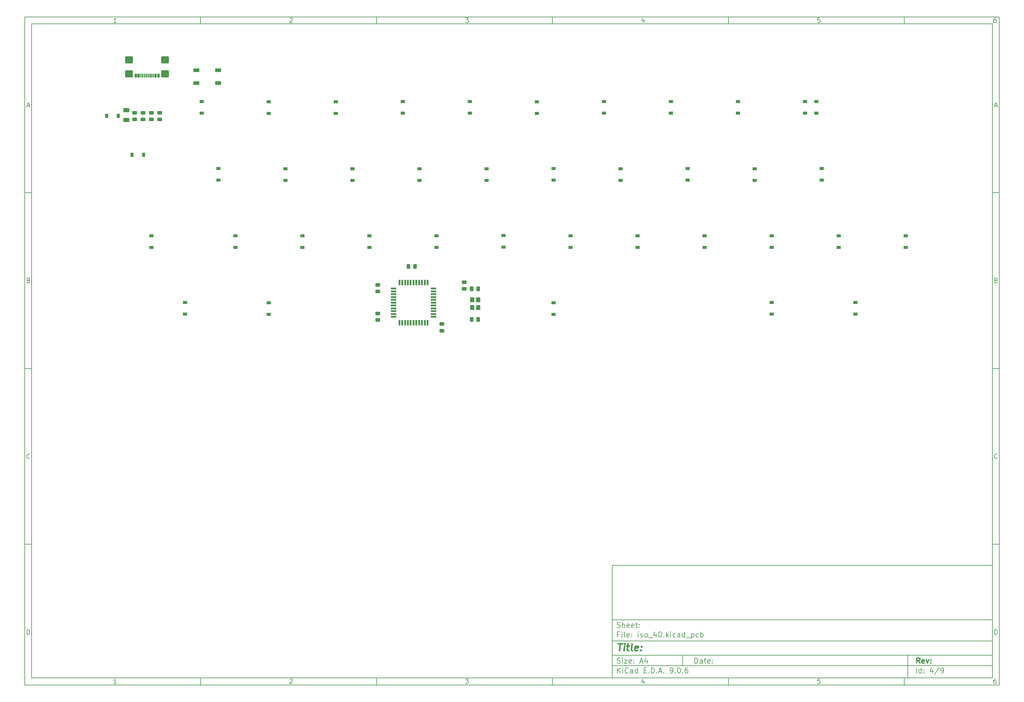
<source format=gbp>
%TF.GenerationSoftware,KiCad,Pcbnew,9.0.6*%
%TF.CreationDate,2025-12-20T11:42:01+11:00*%
%TF.ProjectId,iso_40,69736f5f-3430-42e6-9b69-6361645f7063,rev?*%
%TF.SameCoordinates,Original*%
%TF.FileFunction,Paste,Bot*%
%TF.FilePolarity,Positive*%
%FSLAX46Y46*%
G04 Gerber Fmt 4.6, Leading zero omitted, Abs format (unit mm)*
G04 Created by KiCad (PCBNEW 9.0.6) date 2025-12-20 11:42:01*
%MOMM*%
%LPD*%
G01*
G04 APERTURE LIST*
G04 Aperture macros list*
%AMRoundRect*
0 Rectangle with rounded corners*
0 $1 Rounding radius*
0 $2 $3 $4 $5 $6 $7 $8 $9 X,Y pos of 4 corners*
0 Add a 4 corners polygon primitive as box body*
4,1,4,$2,$3,$4,$5,$6,$7,$8,$9,$2,$3,0*
0 Add four circle primitives for the rounded corners*
1,1,$1+$1,$2,$3*
1,1,$1+$1,$4,$5*
1,1,$1+$1,$6,$7*
1,1,$1+$1,$8,$9*
0 Add four rect primitives between the rounded corners*
20,1,$1+$1,$2,$3,$4,$5,0*
20,1,$1+$1,$4,$5,$6,$7,0*
20,1,$1+$1,$6,$7,$8,$9,0*
20,1,$1+$1,$8,$9,$2,$3,0*%
G04 Aperture macros list end*
%ADD10C,0.100000*%
%ADD11C,0.150000*%
%ADD12C,0.300000*%
%ADD13C,0.400000*%
%ADD14RoundRect,0.250000X-0.840000X-0.750000X0.840000X-0.750000X0.840000X0.750000X-0.840000X0.750000X0*%
%ADD15RoundRect,0.150000X-0.150000X-0.425000X0.150000X-0.425000X0.150000X0.425000X-0.150000X0.425000X0*%
%ADD16RoundRect,0.075000X-0.075000X-0.500000X0.075000X-0.500000X0.075000X0.500000X-0.075000X0.500000X0*%
%ADD17R,1.200000X0.900000*%
%ADD18RoundRect,0.243750X-0.243750X-0.456250X0.243750X-0.456250X0.243750X0.456250X-0.243750X0.456250X0*%
%ADD19RoundRect,0.243750X0.243750X0.456250X-0.243750X0.456250X-0.243750X-0.456250X0.243750X-0.456250X0*%
%ADD20RoundRect,0.243750X0.456250X-0.243750X0.456250X0.243750X-0.456250X0.243750X-0.456250X-0.243750X0*%
%ADD21RoundRect,0.243750X-0.456250X0.243750X-0.456250X-0.243750X0.456250X-0.243750X0.456250X0.243750X0*%
%ADD22R,0.900000X1.200000*%
%ADD23RoundRect,0.250000X0.625000X-0.375000X0.625000X0.375000X-0.625000X0.375000X-0.625000X-0.375000X0*%
%ADD24R,1.800000X1.100000*%
%ADD25R,0.550000X1.500000*%
%ADD26R,1.500000X0.550000*%
%ADD27R,1.200000X1.400000*%
G04 APERTURE END LIST*
D10*
D11*
X177002200Y-166007200D02*
X285002200Y-166007200D01*
X285002200Y-198007200D01*
X177002200Y-198007200D01*
X177002200Y-166007200D01*
D10*
D11*
X10000000Y-10000000D02*
X287002200Y-10000000D01*
X287002200Y-200007200D01*
X10000000Y-200007200D01*
X10000000Y-10000000D01*
D10*
D11*
X12000000Y-12000000D02*
X285002200Y-12000000D01*
X285002200Y-198007200D01*
X12000000Y-198007200D01*
X12000000Y-12000000D01*
D10*
D11*
X60000000Y-12000000D02*
X60000000Y-10000000D01*
D10*
D11*
X110000000Y-12000000D02*
X110000000Y-10000000D01*
D10*
D11*
X160000000Y-12000000D02*
X160000000Y-10000000D01*
D10*
D11*
X210000000Y-12000000D02*
X210000000Y-10000000D01*
D10*
D11*
X260000000Y-12000000D02*
X260000000Y-10000000D01*
D10*
D11*
X36089160Y-11593604D02*
X35346303Y-11593604D01*
X35717731Y-11593604D02*
X35717731Y-10293604D01*
X35717731Y-10293604D02*
X35593922Y-10479319D01*
X35593922Y-10479319D02*
X35470112Y-10603128D01*
X35470112Y-10603128D02*
X35346303Y-10665033D01*
D10*
D11*
X85346303Y-10417414D02*
X85408207Y-10355509D01*
X85408207Y-10355509D02*
X85532017Y-10293604D01*
X85532017Y-10293604D02*
X85841541Y-10293604D01*
X85841541Y-10293604D02*
X85965350Y-10355509D01*
X85965350Y-10355509D02*
X86027255Y-10417414D01*
X86027255Y-10417414D02*
X86089160Y-10541223D01*
X86089160Y-10541223D02*
X86089160Y-10665033D01*
X86089160Y-10665033D02*
X86027255Y-10850747D01*
X86027255Y-10850747D02*
X85284398Y-11593604D01*
X85284398Y-11593604D02*
X86089160Y-11593604D01*
D10*
D11*
X135284398Y-10293604D02*
X136089160Y-10293604D01*
X136089160Y-10293604D02*
X135655826Y-10788842D01*
X135655826Y-10788842D02*
X135841541Y-10788842D01*
X135841541Y-10788842D02*
X135965350Y-10850747D01*
X135965350Y-10850747D02*
X136027255Y-10912652D01*
X136027255Y-10912652D02*
X136089160Y-11036461D01*
X136089160Y-11036461D02*
X136089160Y-11345985D01*
X136089160Y-11345985D02*
X136027255Y-11469795D01*
X136027255Y-11469795D02*
X135965350Y-11531700D01*
X135965350Y-11531700D02*
X135841541Y-11593604D01*
X135841541Y-11593604D02*
X135470112Y-11593604D01*
X135470112Y-11593604D02*
X135346303Y-11531700D01*
X135346303Y-11531700D02*
X135284398Y-11469795D01*
D10*
D11*
X185965350Y-10726938D02*
X185965350Y-11593604D01*
X185655826Y-10231700D02*
X185346303Y-11160271D01*
X185346303Y-11160271D02*
X186151064Y-11160271D01*
D10*
D11*
X236027255Y-10293604D02*
X235408207Y-10293604D01*
X235408207Y-10293604D02*
X235346303Y-10912652D01*
X235346303Y-10912652D02*
X235408207Y-10850747D01*
X235408207Y-10850747D02*
X235532017Y-10788842D01*
X235532017Y-10788842D02*
X235841541Y-10788842D01*
X235841541Y-10788842D02*
X235965350Y-10850747D01*
X235965350Y-10850747D02*
X236027255Y-10912652D01*
X236027255Y-10912652D02*
X236089160Y-11036461D01*
X236089160Y-11036461D02*
X236089160Y-11345985D01*
X236089160Y-11345985D02*
X236027255Y-11469795D01*
X236027255Y-11469795D02*
X235965350Y-11531700D01*
X235965350Y-11531700D02*
X235841541Y-11593604D01*
X235841541Y-11593604D02*
X235532017Y-11593604D01*
X235532017Y-11593604D02*
X235408207Y-11531700D01*
X235408207Y-11531700D02*
X235346303Y-11469795D01*
D10*
D11*
X285965350Y-10293604D02*
X285717731Y-10293604D01*
X285717731Y-10293604D02*
X285593922Y-10355509D01*
X285593922Y-10355509D02*
X285532017Y-10417414D01*
X285532017Y-10417414D02*
X285408207Y-10603128D01*
X285408207Y-10603128D02*
X285346303Y-10850747D01*
X285346303Y-10850747D02*
X285346303Y-11345985D01*
X285346303Y-11345985D02*
X285408207Y-11469795D01*
X285408207Y-11469795D02*
X285470112Y-11531700D01*
X285470112Y-11531700D02*
X285593922Y-11593604D01*
X285593922Y-11593604D02*
X285841541Y-11593604D01*
X285841541Y-11593604D02*
X285965350Y-11531700D01*
X285965350Y-11531700D02*
X286027255Y-11469795D01*
X286027255Y-11469795D02*
X286089160Y-11345985D01*
X286089160Y-11345985D02*
X286089160Y-11036461D01*
X286089160Y-11036461D02*
X286027255Y-10912652D01*
X286027255Y-10912652D02*
X285965350Y-10850747D01*
X285965350Y-10850747D02*
X285841541Y-10788842D01*
X285841541Y-10788842D02*
X285593922Y-10788842D01*
X285593922Y-10788842D02*
X285470112Y-10850747D01*
X285470112Y-10850747D02*
X285408207Y-10912652D01*
X285408207Y-10912652D02*
X285346303Y-11036461D01*
D10*
D11*
X60000000Y-198007200D02*
X60000000Y-200007200D01*
D10*
D11*
X110000000Y-198007200D02*
X110000000Y-200007200D01*
D10*
D11*
X160000000Y-198007200D02*
X160000000Y-200007200D01*
D10*
D11*
X210000000Y-198007200D02*
X210000000Y-200007200D01*
D10*
D11*
X260000000Y-198007200D02*
X260000000Y-200007200D01*
D10*
D11*
X36089160Y-199600804D02*
X35346303Y-199600804D01*
X35717731Y-199600804D02*
X35717731Y-198300804D01*
X35717731Y-198300804D02*
X35593922Y-198486519D01*
X35593922Y-198486519D02*
X35470112Y-198610328D01*
X35470112Y-198610328D02*
X35346303Y-198672233D01*
D10*
D11*
X85346303Y-198424614D02*
X85408207Y-198362709D01*
X85408207Y-198362709D02*
X85532017Y-198300804D01*
X85532017Y-198300804D02*
X85841541Y-198300804D01*
X85841541Y-198300804D02*
X85965350Y-198362709D01*
X85965350Y-198362709D02*
X86027255Y-198424614D01*
X86027255Y-198424614D02*
X86089160Y-198548423D01*
X86089160Y-198548423D02*
X86089160Y-198672233D01*
X86089160Y-198672233D02*
X86027255Y-198857947D01*
X86027255Y-198857947D02*
X85284398Y-199600804D01*
X85284398Y-199600804D02*
X86089160Y-199600804D01*
D10*
D11*
X135284398Y-198300804D02*
X136089160Y-198300804D01*
X136089160Y-198300804D02*
X135655826Y-198796042D01*
X135655826Y-198796042D02*
X135841541Y-198796042D01*
X135841541Y-198796042D02*
X135965350Y-198857947D01*
X135965350Y-198857947D02*
X136027255Y-198919852D01*
X136027255Y-198919852D02*
X136089160Y-199043661D01*
X136089160Y-199043661D02*
X136089160Y-199353185D01*
X136089160Y-199353185D02*
X136027255Y-199476995D01*
X136027255Y-199476995D02*
X135965350Y-199538900D01*
X135965350Y-199538900D02*
X135841541Y-199600804D01*
X135841541Y-199600804D02*
X135470112Y-199600804D01*
X135470112Y-199600804D02*
X135346303Y-199538900D01*
X135346303Y-199538900D02*
X135284398Y-199476995D01*
D10*
D11*
X185965350Y-198734138D02*
X185965350Y-199600804D01*
X185655826Y-198238900D02*
X185346303Y-199167471D01*
X185346303Y-199167471D02*
X186151064Y-199167471D01*
D10*
D11*
X236027255Y-198300804D02*
X235408207Y-198300804D01*
X235408207Y-198300804D02*
X235346303Y-198919852D01*
X235346303Y-198919852D02*
X235408207Y-198857947D01*
X235408207Y-198857947D02*
X235532017Y-198796042D01*
X235532017Y-198796042D02*
X235841541Y-198796042D01*
X235841541Y-198796042D02*
X235965350Y-198857947D01*
X235965350Y-198857947D02*
X236027255Y-198919852D01*
X236027255Y-198919852D02*
X236089160Y-199043661D01*
X236089160Y-199043661D02*
X236089160Y-199353185D01*
X236089160Y-199353185D02*
X236027255Y-199476995D01*
X236027255Y-199476995D02*
X235965350Y-199538900D01*
X235965350Y-199538900D02*
X235841541Y-199600804D01*
X235841541Y-199600804D02*
X235532017Y-199600804D01*
X235532017Y-199600804D02*
X235408207Y-199538900D01*
X235408207Y-199538900D02*
X235346303Y-199476995D01*
D10*
D11*
X285965350Y-198300804D02*
X285717731Y-198300804D01*
X285717731Y-198300804D02*
X285593922Y-198362709D01*
X285593922Y-198362709D02*
X285532017Y-198424614D01*
X285532017Y-198424614D02*
X285408207Y-198610328D01*
X285408207Y-198610328D02*
X285346303Y-198857947D01*
X285346303Y-198857947D02*
X285346303Y-199353185D01*
X285346303Y-199353185D02*
X285408207Y-199476995D01*
X285408207Y-199476995D02*
X285470112Y-199538900D01*
X285470112Y-199538900D02*
X285593922Y-199600804D01*
X285593922Y-199600804D02*
X285841541Y-199600804D01*
X285841541Y-199600804D02*
X285965350Y-199538900D01*
X285965350Y-199538900D02*
X286027255Y-199476995D01*
X286027255Y-199476995D02*
X286089160Y-199353185D01*
X286089160Y-199353185D02*
X286089160Y-199043661D01*
X286089160Y-199043661D02*
X286027255Y-198919852D01*
X286027255Y-198919852D02*
X285965350Y-198857947D01*
X285965350Y-198857947D02*
X285841541Y-198796042D01*
X285841541Y-198796042D02*
X285593922Y-198796042D01*
X285593922Y-198796042D02*
X285470112Y-198857947D01*
X285470112Y-198857947D02*
X285408207Y-198919852D01*
X285408207Y-198919852D02*
X285346303Y-199043661D01*
D10*
D11*
X10000000Y-60000000D02*
X12000000Y-60000000D01*
D10*
D11*
X10000000Y-110000000D02*
X12000000Y-110000000D01*
D10*
D11*
X10000000Y-160000000D02*
X12000000Y-160000000D01*
D10*
D11*
X10690476Y-35222176D02*
X11309523Y-35222176D01*
X10566666Y-35593604D02*
X10999999Y-34293604D01*
X10999999Y-34293604D02*
X11433333Y-35593604D01*
D10*
D11*
X11092857Y-84912652D02*
X11278571Y-84974557D01*
X11278571Y-84974557D02*
X11340476Y-85036461D01*
X11340476Y-85036461D02*
X11402380Y-85160271D01*
X11402380Y-85160271D02*
X11402380Y-85345985D01*
X11402380Y-85345985D02*
X11340476Y-85469795D01*
X11340476Y-85469795D02*
X11278571Y-85531700D01*
X11278571Y-85531700D02*
X11154761Y-85593604D01*
X11154761Y-85593604D02*
X10659523Y-85593604D01*
X10659523Y-85593604D02*
X10659523Y-84293604D01*
X10659523Y-84293604D02*
X11092857Y-84293604D01*
X11092857Y-84293604D02*
X11216666Y-84355509D01*
X11216666Y-84355509D02*
X11278571Y-84417414D01*
X11278571Y-84417414D02*
X11340476Y-84541223D01*
X11340476Y-84541223D02*
X11340476Y-84665033D01*
X11340476Y-84665033D02*
X11278571Y-84788842D01*
X11278571Y-84788842D02*
X11216666Y-84850747D01*
X11216666Y-84850747D02*
X11092857Y-84912652D01*
X11092857Y-84912652D02*
X10659523Y-84912652D01*
D10*
D11*
X11402380Y-135469795D02*
X11340476Y-135531700D01*
X11340476Y-135531700D02*
X11154761Y-135593604D01*
X11154761Y-135593604D02*
X11030952Y-135593604D01*
X11030952Y-135593604D02*
X10845238Y-135531700D01*
X10845238Y-135531700D02*
X10721428Y-135407890D01*
X10721428Y-135407890D02*
X10659523Y-135284080D01*
X10659523Y-135284080D02*
X10597619Y-135036461D01*
X10597619Y-135036461D02*
X10597619Y-134850747D01*
X10597619Y-134850747D02*
X10659523Y-134603128D01*
X10659523Y-134603128D02*
X10721428Y-134479319D01*
X10721428Y-134479319D02*
X10845238Y-134355509D01*
X10845238Y-134355509D02*
X11030952Y-134293604D01*
X11030952Y-134293604D02*
X11154761Y-134293604D01*
X11154761Y-134293604D02*
X11340476Y-134355509D01*
X11340476Y-134355509D02*
X11402380Y-134417414D01*
D10*
D11*
X10659523Y-185593604D02*
X10659523Y-184293604D01*
X10659523Y-184293604D02*
X10969047Y-184293604D01*
X10969047Y-184293604D02*
X11154761Y-184355509D01*
X11154761Y-184355509D02*
X11278571Y-184479319D01*
X11278571Y-184479319D02*
X11340476Y-184603128D01*
X11340476Y-184603128D02*
X11402380Y-184850747D01*
X11402380Y-184850747D02*
X11402380Y-185036461D01*
X11402380Y-185036461D02*
X11340476Y-185284080D01*
X11340476Y-185284080D02*
X11278571Y-185407890D01*
X11278571Y-185407890D02*
X11154761Y-185531700D01*
X11154761Y-185531700D02*
X10969047Y-185593604D01*
X10969047Y-185593604D02*
X10659523Y-185593604D01*
D10*
D11*
X287002200Y-60000000D02*
X285002200Y-60000000D01*
D10*
D11*
X287002200Y-110000000D02*
X285002200Y-110000000D01*
D10*
D11*
X287002200Y-160000000D02*
X285002200Y-160000000D01*
D10*
D11*
X285692676Y-35222176D02*
X286311723Y-35222176D01*
X285568866Y-35593604D02*
X286002199Y-34293604D01*
X286002199Y-34293604D02*
X286435533Y-35593604D01*
D10*
D11*
X286095057Y-84912652D02*
X286280771Y-84974557D01*
X286280771Y-84974557D02*
X286342676Y-85036461D01*
X286342676Y-85036461D02*
X286404580Y-85160271D01*
X286404580Y-85160271D02*
X286404580Y-85345985D01*
X286404580Y-85345985D02*
X286342676Y-85469795D01*
X286342676Y-85469795D02*
X286280771Y-85531700D01*
X286280771Y-85531700D02*
X286156961Y-85593604D01*
X286156961Y-85593604D02*
X285661723Y-85593604D01*
X285661723Y-85593604D02*
X285661723Y-84293604D01*
X285661723Y-84293604D02*
X286095057Y-84293604D01*
X286095057Y-84293604D02*
X286218866Y-84355509D01*
X286218866Y-84355509D02*
X286280771Y-84417414D01*
X286280771Y-84417414D02*
X286342676Y-84541223D01*
X286342676Y-84541223D02*
X286342676Y-84665033D01*
X286342676Y-84665033D02*
X286280771Y-84788842D01*
X286280771Y-84788842D02*
X286218866Y-84850747D01*
X286218866Y-84850747D02*
X286095057Y-84912652D01*
X286095057Y-84912652D02*
X285661723Y-84912652D01*
D10*
D11*
X286404580Y-135469795D02*
X286342676Y-135531700D01*
X286342676Y-135531700D02*
X286156961Y-135593604D01*
X286156961Y-135593604D02*
X286033152Y-135593604D01*
X286033152Y-135593604D02*
X285847438Y-135531700D01*
X285847438Y-135531700D02*
X285723628Y-135407890D01*
X285723628Y-135407890D02*
X285661723Y-135284080D01*
X285661723Y-135284080D02*
X285599819Y-135036461D01*
X285599819Y-135036461D02*
X285599819Y-134850747D01*
X285599819Y-134850747D02*
X285661723Y-134603128D01*
X285661723Y-134603128D02*
X285723628Y-134479319D01*
X285723628Y-134479319D02*
X285847438Y-134355509D01*
X285847438Y-134355509D02*
X286033152Y-134293604D01*
X286033152Y-134293604D02*
X286156961Y-134293604D01*
X286156961Y-134293604D02*
X286342676Y-134355509D01*
X286342676Y-134355509D02*
X286404580Y-134417414D01*
D10*
D11*
X285661723Y-185593604D02*
X285661723Y-184293604D01*
X285661723Y-184293604D02*
X285971247Y-184293604D01*
X285971247Y-184293604D02*
X286156961Y-184355509D01*
X286156961Y-184355509D02*
X286280771Y-184479319D01*
X286280771Y-184479319D02*
X286342676Y-184603128D01*
X286342676Y-184603128D02*
X286404580Y-184850747D01*
X286404580Y-184850747D02*
X286404580Y-185036461D01*
X286404580Y-185036461D02*
X286342676Y-185284080D01*
X286342676Y-185284080D02*
X286280771Y-185407890D01*
X286280771Y-185407890D02*
X286156961Y-185531700D01*
X286156961Y-185531700D02*
X285971247Y-185593604D01*
X285971247Y-185593604D02*
X285661723Y-185593604D01*
D10*
D11*
X200458026Y-193793328D02*
X200458026Y-192293328D01*
X200458026Y-192293328D02*
X200815169Y-192293328D01*
X200815169Y-192293328D02*
X201029455Y-192364757D01*
X201029455Y-192364757D02*
X201172312Y-192507614D01*
X201172312Y-192507614D02*
X201243741Y-192650471D01*
X201243741Y-192650471D02*
X201315169Y-192936185D01*
X201315169Y-192936185D02*
X201315169Y-193150471D01*
X201315169Y-193150471D02*
X201243741Y-193436185D01*
X201243741Y-193436185D02*
X201172312Y-193579042D01*
X201172312Y-193579042D02*
X201029455Y-193721900D01*
X201029455Y-193721900D02*
X200815169Y-193793328D01*
X200815169Y-193793328D02*
X200458026Y-193793328D01*
X202600884Y-193793328D02*
X202600884Y-193007614D01*
X202600884Y-193007614D02*
X202529455Y-192864757D01*
X202529455Y-192864757D02*
X202386598Y-192793328D01*
X202386598Y-192793328D02*
X202100884Y-192793328D01*
X202100884Y-192793328D02*
X201958026Y-192864757D01*
X202600884Y-193721900D02*
X202458026Y-193793328D01*
X202458026Y-193793328D02*
X202100884Y-193793328D01*
X202100884Y-193793328D02*
X201958026Y-193721900D01*
X201958026Y-193721900D02*
X201886598Y-193579042D01*
X201886598Y-193579042D02*
X201886598Y-193436185D01*
X201886598Y-193436185D02*
X201958026Y-193293328D01*
X201958026Y-193293328D02*
X202100884Y-193221900D01*
X202100884Y-193221900D02*
X202458026Y-193221900D01*
X202458026Y-193221900D02*
X202600884Y-193150471D01*
X203100884Y-192793328D02*
X203672312Y-192793328D01*
X203315169Y-192293328D02*
X203315169Y-193579042D01*
X203315169Y-193579042D02*
X203386598Y-193721900D01*
X203386598Y-193721900D02*
X203529455Y-193793328D01*
X203529455Y-193793328D02*
X203672312Y-193793328D01*
X204743741Y-193721900D02*
X204600884Y-193793328D01*
X204600884Y-193793328D02*
X204315170Y-193793328D01*
X204315170Y-193793328D02*
X204172312Y-193721900D01*
X204172312Y-193721900D02*
X204100884Y-193579042D01*
X204100884Y-193579042D02*
X204100884Y-193007614D01*
X204100884Y-193007614D02*
X204172312Y-192864757D01*
X204172312Y-192864757D02*
X204315170Y-192793328D01*
X204315170Y-192793328D02*
X204600884Y-192793328D01*
X204600884Y-192793328D02*
X204743741Y-192864757D01*
X204743741Y-192864757D02*
X204815170Y-193007614D01*
X204815170Y-193007614D02*
X204815170Y-193150471D01*
X204815170Y-193150471D02*
X204100884Y-193293328D01*
X205458026Y-193650471D02*
X205529455Y-193721900D01*
X205529455Y-193721900D02*
X205458026Y-193793328D01*
X205458026Y-193793328D02*
X205386598Y-193721900D01*
X205386598Y-193721900D02*
X205458026Y-193650471D01*
X205458026Y-193650471D02*
X205458026Y-193793328D01*
X205458026Y-192864757D02*
X205529455Y-192936185D01*
X205529455Y-192936185D02*
X205458026Y-193007614D01*
X205458026Y-193007614D02*
X205386598Y-192936185D01*
X205386598Y-192936185D02*
X205458026Y-192864757D01*
X205458026Y-192864757D02*
X205458026Y-193007614D01*
D10*
D11*
X177002200Y-194507200D02*
X285002200Y-194507200D01*
D10*
D11*
X178458026Y-196593328D02*
X178458026Y-195093328D01*
X179315169Y-196593328D02*
X178672312Y-195736185D01*
X179315169Y-195093328D02*
X178458026Y-195950471D01*
X179958026Y-196593328D02*
X179958026Y-195593328D01*
X179958026Y-195093328D02*
X179886598Y-195164757D01*
X179886598Y-195164757D02*
X179958026Y-195236185D01*
X179958026Y-195236185D02*
X180029455Y-195164757D01*
X180029455Y-195164757D02*
X179958026Y-195093328D01*
X179958026Y-195093328D02*
X179958026Y-195236185D01*
X181529455Y-196450471D02*
X181458027Y-196521900D01*
X181458027Y-196521900D02*
X181243741Y-196593328D01*
X181243741Y-196593328D02*
X181100884Y-196593328D01*
X181100884Y-196593328D02*
X180886598Y-196521900D01*
X180886598Y-196521900D02*
X180743741Y-196379042D01*
X180743741Y-196379042D02*
X180672312Y-196236185D01*
X180672312Y-196236185D02*
X180600884Y-195950471D01*
X180600884Y-195950471D02*
X180600884Y-195736185D01*
X180600884Y-195736185D02*
X180672312Y-195450471D01*
X180672312Y-195450471D02*
X180743741Y-195307614D01*
X180743741Y-195307614D02*
X180886598Y-195164757D01*
X180886598Y-195164757D02*
X181100884Y-195093328D01*
X181100884Y-195093328D02*
X181243741Y-195093328D01*
X181243741Y-195093328D02*
X181458027Y-195164757D01*
X181458027Y-195164757D02*
X181529455Y-195236185D01*
X182815170Y-196593328D02*
X182815170Y-195807614D01*
X182815170Y-195807614D02*
X182743741Y-195664757D01*
X182743741Y-195664757D02*
X182600884Y-195593328D01*
X182600884Y-195593328D02*
X182315170Y-195593328D01*
X182315170Y-195593328D02*
X182172312Y-195664757D01*
X182815170Y-196521900D02*
X182672312Y-196593328D01*
X182672312Y-196593328D02*
X182315170Y-196593328D01*
X182315170Y-196593328D02*
X182172312Y-196521900D01*
X182172312Y-196521900D02*
X182100884Y-196379042D01*
X182100884Y-196379042D02*
X182100884Y-196236185D01*
X182100884Y-196236185D02*
X182172312Y-196093328D01*
X182172312Y-196093328D02*
X182315170Y-196021900D01*
X182315170Y-196021900D02*
X182672312Y-196021900D01*
X182672312Y-196021900D02*
X182815170Y-195950471D01*
X184172313Y-196593328D02*
X184172313Y-195093328D01*
X184172313Y-196521900D02*
X184029455Y-196593328D01*
X184029455Y-196593328D02*
X183743741Y-196593328D01*
X183743741Y-196593328D02*
X183600884Y-196521900D01*
X183600884Y-196521900D02*
X183529455Y-196450471D01*
X183529455Y-196450471D02*
X183458027Y-196307614D01*
X183458027Y-196307614D02*
X183458027Y-195879042D01*
X183458027Y-195879042D02*
X183529455Y-195736185D01*
X183529455Y-195736185D02*
X183600884Y-195664757D01*
X183600884Y-195664757D02*
X183743741Y-195593328D01*
X183743741Y-195593328D02*
X184029455Y-195593328D01*
X184029455Y-195593328D02*
X184172313Y-195664757D01*
X186029455Y-195807614D02*
X186529455Y-195807614D01*
X186743741Y-196593328D02*
X186029455Y-196593328D01*
X186029455Y-196593328D02*
X186029455Y-195093328D01*
X186029455Y-195093328D02*
X186743741Y-195093328D01*
X187386598Y-196450471D02*
X187458027Y-196521900D01*
X187458027Y-196521900D02*
X187386598Y-196593328D01*
X187386598Y-196593328D02*
X187315170Y-196521900D01*
X187315170Y-196521900D02*
X187386598Y-196450471D01*
X187386598Y-196450471D02*
X187386598Y-196593328D01*
X188100884Y-196593328D02*
X188100884Y-195093328D01*
X188100884Y-195093328D02*
X188458027Y-195093328D01*
X188458027Y-195093328D02*
X188672313Y-195164757D01*
X188672313Y-195164757D02*
X188815170Y-195307614D01*
X188815170Y-195307614D02*
X188886599Y-195450471D01*
X188886599Y-195450471D02*
X188958027Y-195736185D01*
X188958027Y-195736185D02*
X188958027Y-195950471D01*
X188958027Y-195950471D02*
X188886599Y-196236185D01*
X188886599Y-196236185D02*
X188815170Y-196379042D01*
X188815170Y-196379042D02*
X188672313Y-196521900D01*
X188672313Y-196521900D02*
X188458027Y-196593328D01*
X188458027Y-196593328D02*
X188100884Y-196593328D01*
X189600884Y-196450471D02*
X189672313Y-196521900D01*
X189672313Y-196521900D02*
X189600884Y-196593328D01*
X189600884Y-196593328D02*
X189529456Y-196521900D01*
X189529456Y-196521900D02*
X189600884Y-196450471D01*
X189600884Y-196450471D02*
X189600884Y-196593328D01*
X190243742Y-196164757D02*
X190958028Y-196164757D01*
X190100885Y-196593328D02*
X190600885Y-195093328D01*
X190600885Y-195093328D02*
X191100885Y-196593328D01*
X191600884Y-196450471D02*
X191672313Y-196521900D01*
X191672313Y-196521900D02*
X191600884Y-196593328D01*
X191600884Y-196593328D02*
X191529456Y-196521900D01*
X191529456Y-196521900D02*
X191600884Y-196450471D01*
X191600884Y-196450471D02*
X191600884Y-196593328D01*
X193529456Y-196593328D02*
X193815170Y-196593328D01*
X193815170Y-196593328D02*
X193958027Y-196521900D01*
X193958027Y-196521900D02*
X194029456Y-196450471D01*
X194029456Y-196450471D02*
X194172313Y-196236185D01*
X194172313Y-196236185D02*
X194243742Y-195950471D01*
X194243742Y-195950471D02*
X194243742Y-195379042D01*
X194243742Y-195379042D02*
X194172313Y-195236185D01*
X194172313Y-195236185D02*
X194100885Y-195164757D01*
X194100885Y-195164757D02*
X193958027Y-195093328D01*
X193958027Y-195093328D02*
X193672313Y-195093328D01*
X193672313Y-195093328D02*
X193529456Y-195164757D01*
X193529456Y-195164757D02*
X193458027Y-195236185D01*
X193458027Y-195236185D02*
X193386599Y-195379042D01*
X193386599Y-195379042D02*
X193386599Y-195736185D01*
X193386599Y-195736185D02*
X193458027Y-195879042D01*
X193458027Y-195879042D02*
X193529456Y-195950471D01*
X193529456Y-195950471D02*
X193672313Y-196021900D01*
X193672313Y-196021900D02*
X193958027Y-196021900D01*
X193958027Y-196021900D02*
X194100885Y-195950471D01*
X194100885Y-195950471D02*
X194172313Y-195879042D01*
X194172313Y-195879042D02*
X194243742Y-195736185D01*
X194886598Y-196450471D02*
X194958027Y-196521900D01*
X194958027Y-196521900D02*
X194886598Y-196593328D01*
X194886598Y-196593328D02*
X194815170Y-196521900D01*
X194815170Y-196521900D02*
X194886598Y-196450471D01*
X194886598Y-196450471D02*
X194886598Y-196593328D01*
X195886599Y-195093328D02*
X196029456Y-195093328D01*
X196029456Y-195093328D02*
X196172313Y-195164757D01*
X196172313Y-195164757D02*
X196243742Y-195236185D01*
X196243742Y-195236185D02*
X196315170Y-195379042D01*
X196315170Y-195379042D02*
X196386599Y-195664757D01*
X196386599Y-195664757D02*
X196386599Y-196021900D01*
X196386599Y-196021900D02*
X196315170Y-196307614D01*
X196315170Y-196307614D02*
X196243742Y-196450471D01*
X196243742Y-196450471D02*
X196172313Y-196521900D01*
X196172313Y-196521900D02*
X196029456Y-196593328D01*
X196029456Y-196593328D02*
X195886599Y-196593328D01*
X195886599Y-196593328D02*
X195743742Y-196521900D01*
X195743742Y-196521900D02*
X195672313Y-196450471D01*
X195672313Y-196450471D02*
X195600884Y-196307614D01*
X195600884Y-196307614D02*
X195529456Y-196021900D01*
X195529456Y-196021900D02*
X195529456Y-195664757D01*
X195529456Y-195664757D02*
X195600884Y-195379042D01*
X195600884Y-195379042D02*
X195672313Y-195236185D01*
X195672313Y-195236185D02*
X195743742Y-195164757D01*
X195743742Y-195164757D02*
X195886599Y-195093328D01*
X197029455Y-196450471D02*
X197100884Y-196521900D01*
X197100884Y-196521900D02*
X197029455Y-196593328D01*
X197029455Y-196593328D02*
X196958027Y-196521900D01*
X196958027Y-196521900D02*
X197029455Y-196450471D01*
X197029455Y-196450471D02*
X197029455Y-196593328D01*
X198386599Y-195093328D02*
X198100884Y-195093328D01*
X198100884Y-195093328D02*
X197958027Y-195164757D01*
X197958027Y-195164757D02*
X197886599Y-195236185D01*
X197886599Y-195236185D02*
X197743741Y-195450471D01*
X197743741Y-195450471D02*
X197672313Y-195736185D01*
X197672313Y-195736185D02*
X197672313Y-196307614D01*
X197672313Y-196307614D02*
X197743741Y-196450471D01*
X197743741Y-196450471D02*
X197815170Y-196521900D01*
X197815170Y-196521900D02*
X197958027Y-196593328D01*
X197958027Y-196593328D02*
X198243741Y-196593328D01*
X198243741Y-196593328D02*
X198386599Y-196521900D01*
X198386599Y-196521900D02*
X198458027Y-196450471D01*
X198458027Y-196450471D02*
X198529456Y-196307614D01*
X198529456Y-196307614D02*
X198529456Y-195950471D01*
X198529456Y-195950471D02*
X198458027Y-195807614D01*
X198458027Y-195807614D02*
X198386599Y-195736185D01*
X198386599Y-195736185D02*
X198243741Y-195664757D01*
X198243741Y-195664757D02*
X197958027Y-195664757D01*
X197958027Y-195664757D02*
X197815170Y-195736185D01*
X197815170Y-195736185D02*
X197743741Y-195807614D01*
X197743741Y-195807614D02*
X197672313Y-195950471D01*
D10*
D11*
X177002200Y-191507200D02*
X285002200Y-191507200D01*
D10*
D12*
X264413853Y-193785528D02*
X263913853Y-193071242D01*
X263556710Y-193785528D02*
X263556710Y-192285528D01*
X263556710Y-192285528D02*
X264128139Y-192285528D01*
X264128139Y-192285528D02*
X264270996Y-192356957D01*
X264270996Y-192356957D02*
X264342425Y-192428385D01*
X264342425Y-192428385D02*
X264413853Y-192571242D01*
X264413853Y-192571242D02*
X264413853Y-192785528D01*
X264413853Y-192785528D02*
X264342425Y-192928385D01*
X264342425Y-192928385D02*
X264270996Y-192999814D01*
X264270996Y-192999814D02*
X264128139Y-193071242D01*
X264128139Y-193071242D02*
X263556710Y-193071242D01*
X265628139Y-193714100D02*
X265485282Y-193785528D01*
X265485282Y-193785528D02*
X265199568Y-193785528D01*
X265199568Y-193785528D02*
X265056710Y-193714100D01*
X265056710Y-193714100D02*
X264985282Y-193571242D01*
X264985282Y-193571242D02*
X264985282Y-192999814D01*
X264985282Y-192999814D02*
X265056710Y-192856957D01*
X265056710Y-192856957D02*
X265199568Y-192785528D01*
X265199568Y-192785528D02*
X265485282Y-192785528D01*
X265485282Y-192785528D02*
X265628139Y-192856957D01*
X265628139Y-192856957D02*
X265699568Y-192999814D01*
X265699568Y-192999814D02*
X265699568Y-193142671D01*
X265699568Y-193142671D02*
X264985282Y-193285528D01*
X266199567Y-192785528D02*
X266556710Y-193785528D01*
X266556710Y-193785528D02*
X266913853Y-192785528D01*
X267485281Y-193642671D02*
X267556710Y-193714100D01*
X267556710Y-193714100D02*
X267485281Y-193785528D01*
X267485281Y-193785528D02*
X267413853Y-193714100D01*
X267413853Y-193714100D02*
X267485281Y-193642671D01*
X267485281Y-193642671D02*
X267485281Y-193785528D01*
X267485281Y-192856957D02*
X267556710Y-192928385D01*
X267556710Y-192928385D02*
X267485281Y-192999814D01*
X267485281Y-192999814D02*
X267413853Y-192928385D01*
X267413853Y-192928385D02*
X267485281Y-192856957D01*
X267485281Y-192856957D02*
X267485281Y-192999814D01*
D10*
D11*
X178386598Y-193721900D02*
X178600884Y-193793328D01*
X178600884Y-193793328D02*
X178958026Y-193793328D01*
X178958026Y-193793328D02*
X179100884Y-193721900D01*
X179100884Y-193721900D02*
X179172312Y-193650471D01*
X179172312Y-193650471D02*
X179243741Y-193507614D01*
X179243741Y-193507614D02*
X179243741Y-193364757D01*
X179243741Y-193364757D02*
X179172312Y-193221900D01*
X179172312Y-193221900D02*
X179100884Y-193150471D01*
X179100884Y-193150471D02*
X178958026Y-193079042D01*
X178958026Y-193079042D02*
X178672312Y-193007614D01*
X178672312Y-193007614D02*
X178529455Y-192936185D01*
X178529455Y-192936185D02*
X178458026Y-192864757D01*
X178458026Y-192864757D02*
X178386598Y-192721900D01*
X178386598Y-192721900D02*
X178386598Y-192579042D01*
X178386598Y-192579042D02*
X178458026Y-192436185D01*
X178458026Y-192436185D02*
X178529455Y-192364757D01*
X178529455Y-192364757D02*
X178672312Y-192293328D01*
X178672312Y-192293328D02*
X179029455Y-192293328D01*
X179029455Y-192293328D02*
X179243741Y-192364757D01*
X179886597Y-193793328D02*
X179886597Y-192793328D01*
X179886597Y-192293328D02*
X179815169Y-192364757D01*
X179815169Y-192364757D02*
X179886597Y-192436185D01*
X179886597Y-192436185D02*
X179958026Y-192364757D01*
X179958026Y-192364757D02*
X179886597Y-192293328D01*
X179886597Y-192293328D02*
X179886597Y-192436185D01*
X180458026Y-192793328D02*
X181243741Y-192793328D01*
X181243741Y-192793328D02*
X180458026Y-193793328D01*
X180458026Y-193793328D02*
X181243741Y-193793328D01*
X182386598Y-193721900D02*
X182243741Y-193793328D01*
X182243741Y-193793328D02*
X181958027Y-193793328D01*
X181958027Y-193793328D02*
X181815169Y-193721900D01*
X181815169Y-193721900D02*
X181743741Y-193579042D01*
X181743741Y-193579042D02*
X181743741Y-193007614D01*
X181743741Y-193007614D02*
X181815169Y-192864757D01*
X181815169Y-192864757D02*
X181958027Y-192793328D01*
X181958027Y-192793328D02*
X182243741Y-192793328D01*
X182243741Y-192793328D02*
X182386598Y-192864757D01*
X182386598Y-192864757D02*
X182458027Y-193007614D01*
X182458027Y-193007614D02*
X182458027Y-193150471D01*
X182458027Y-193150471D02*
X181743741Y-193293328D01*
X183100883Y-193650471D02*
X183172312Y-193721900D01*
X183172312Y-193721900D02*
X183100883Y-193793328D01*
X183100883Y-193793328D02*
X183029455Y-193721900D01*
X183029455Y-193721900D02*
X183100883Y-193650471D01*
X183100883Y-193650471D02*
X183100883Y-193793328D01*
X183100883Y-192864757D02*
X183172312Y-192936185D01*
X183172312Y-192936185D02*
X183100883Y-193007614D01*
X183100883Y-193007614D02*
X183029455Y-192936185D01*
X183029455Y-192936185D02*
X183100883Y-192864757D01*
X183100883Y-192864757D02*
X183100883Y-193007614D01*
X184886598Y-193364757D02*
X185600884Y-193364757D01*
X184743741Y-193793328D02*
X185243741Y-192293328D01*
X185243741Y-192293328D02*
X185743741Y-193793328D01*
X186886598Y-192793328D02*
X186886598Y-193793328D01*
X186529455Y-192221900D02*
X186172312Y-193293328D01*
X186172312Y-193293328D02*
X187100883Y-193293328D01*
D10*
D11*
X263458026Y-196593328D02*
X263458026Y-195093328D01*
X264815170Y-196593328D02*
X264815170Y-195093328D01*
X264815170Y-196521900D02*
X264672312Y-196593328D01*
X264672312Y-196593328D02*
X264386598Y-196593328D01*
X264386598Y-196593328D02*
X264243741Y-196521900D01*
X264243741Y-196521900D02*
X264172312Y-196450471D01*
X264172312Y-196450471D02*
X264100884Y-196307614D01*
X264100884Y-196307614D02*
X264100884Y-195879042D01*
X264100884Y-195879042D02*
X264172312Y-195736185D01*
X264172312Y-195736185D02*
X264243741Y-195664757D01*
X264243741Y-195664757D02*
X264386598Y-195593328D01*
X264386598Y-195593328D02*
X264672312Y-195593328D01*
X264672312Y-195593328D02*
X264815170Y-195664757D01*
X265529455Y-196450471D02*
X265600884Y-196521900D01*
X265600884Y-196521900D02*
X265529455Y-196593328D01*
X265529455Y-196593328D02*
X265458027Y-196521900D01*
X265458027Y-196521900D02*
X265529455Y-196450471D01*
X265529455Y-196450471D02*
X265529455Y-196593328D01*
X265529455Y-195664757D02*
X265600884Y-195736185D01*
X265600884Y-195736185D02*
X265529455Y-195807614D01*
X265529455Y-195807614D02*
X265458027Y-195736185D01*
X265458027Y-195736185D02*
X265529455Y-195664757D01*
X265529455Y-195664757D02*
X265529455Y-195807614D01*
X268029456Y-195593328D02*
X268029456Y-196593328D01*
X267672313Y-195021900D02*
X267315170Y-196093328D01*
X267315170Y-196093328D02*
X268243741Y-196093328D01*
X269886598Y-195021900D02*
X268600884Y-196950471D01*
X270458027Y-196593328D02*
X270743741Y-196593328D01*
X270743741Y-196593328D02*
X270886598Y-196521900D01*
X270886598Y-196521900D02*
X270958027Y-196450471D01*
X270958027Y-196450471D02*
X271100884Y-196236185D01*
X271100884Y-196236185D02*
X271172313Y-195950471D01*
X271172313Y-195950471D02*
X271172313Y-195379042D01*
X271172313Y-195379042D02*
X271100884Y-195236185D01*
X271100884Y-195236185D02*
X271029456Y-195164757D01*
X271029456Y-195164757D02*
X270886598Y-195093328D01*
X270886598Y-195093328D02*
X270600884Y-195093328D01*
X270600884Y-195093328D02*
X270458027Y-195164757D01*
X270458027Y-195164757D02*
X270386598Y-195236185D01*
X270386598Y-195236185D02*
X270315170Y-195379042D01*
X270315170Y-195379042D02*
X270315170Y-195736185D01*
X270315170Y-195736185D02*
X270386598Y-195879042D01*
X270386598Y-195879042D02*
X270458027Y-195950471D01*
X270458027Y-195950471D02*
X270600884Y-196021900D01*
X270600884Y-196021900D02*
X270886598Y-196021900D01*
X270886598Y-196021900D02*
X271029456Y-195950471D01*
X271029456Y-195950471D02*
X271100884Y-195879042D01*
X271100884Y-195879042D02*
X271172313Y-195736185D01*
D10*
D11*
X177002200Y-187507200D02*
X285002200Y-187507200D01*
D10*
D13*
X178693928Y-188211638D02*
X179836785Y-188211638D01*
X179015357Y-190211638D02*
X179265357Y-188211638D01*
X180253452Y-190211638D02*
X180420119Y-188878304D01*
X180503452Y-188211638D02*
X180396309Y-188306876D01*
X180396309Y-188306876D02*
X180479643Y-188402114D01*
X180479643Y-188402114D02*
X180586786Y-188306876D01*
X180586786Y-188306876D02*
X180503452Y-188211638D01*
X180503452Y-188211638D02*
X180479643Y-188402114D01*
X181086786Y-188878304D02*
X181848690Y-188878304D01*
X181455833Y-188211638D02*
X181241548Y-189925923D01*
X181241548Y-189925923D02*
X181312976Y-190116400D01*
X181312976Y-190116400D02*
X181491548Y-190211638D01*
X181491548Y-190211638D02*
X181682024Y-190211638D01*
X182634405Y-190211638D02*
X182455833Y-190116400D01*
X182455833Y-190116400D02*
X182384405Y-189925923D01*
X182384405Y-189925923D02*
X182598690Y-188211638D01*
X184170119Y-190116400D02*
X183967738Y-190211638D01*
X183967738Y-190211638D02*
X183586785Y-190211638D01*
X183586785Y-190211638D02*
X183408214Y-190116400D01*
X183408214Y-190116400D02*
X183336785Y-189925923D01*
X183336785Y-189925923D02*
X183432024Y-189164019D01*
X183432024Y-189164019D02*
X183551071Y-188973542D01*
X183551071Y-188973542D02*
X183753452Y-188878304D01*
X183753452Y-188878304D02*
X184134404Y-188878304D01*
X184134404Y-188878304D02*
X184312976Y-188973542D01*
X184312976Y-188973542D02*
X184384404Y-189164019D01*
X184384404Y-189164019D02*
X184360595Y-189354495D01*
X184360595Y-189354495D02*
X183384404Y-189544971D01*
X185134405Y-190021161D02*
X185217738Y-190116400D01*
X185217738Y-190116400D02*
X185110595Y-190211638D01*
X185110595Y-190211638D02*
X185027262Y-190116400D01*
X185027262Y-190116400D02*
X185134405Y-190021161D01*
X185134405Y-190021161D02*
X185110595Y-190211638D01*
X185265357Y-188973542D02*
X185348690Y-189068780D01*
X185348690Y-189068780D02*
X185241548Y-189164019D01*
X185241548Y-189164019D02*
X185158214Y-189068780D01*
X185158214Y-189068780D02*
X185265357Y-188973542D01*
X185265357Y-188973542D02*
X185241548Y-189164019D01*
D10*
D11*
X178958026Y-185607614D02*
X178458026Y-185607614D01*
X178458026Y-186393328D02*
X178458026Y-184893328D01*
X178458026Y-184893328D02*
X179172312Y-184893328D01*
X179743740Y-186393328D02*
X179743740Y-185393328D01*
X179743740Y-184893328D02*
X179672312Y-184964757D01*
X179672312Y-184964757D02*
X179743740Y-185036185D01*
X179743740Y-185036185D02*
X179815169Y-184964757D01*
X179815169Y-184964757D02*
X179743740Y-184893328D01*
X179743740Y-184893328D02*
X179743740Y-185036185D01*
X180672312Y-186393328D02*
X180529455Y-186321900D01*
X180529455Y-186321900D02*
X180458026Y-186179042D01*
X180458026Y-186179042D02*
X180458026Y-184893328D01*
X181815169Y-186321900D02*
X181672312Y-186393328D01*
X181672312Y-186393328D02*
X181386598Y-186393328D01*
X181386598Y-186393328D02*
X181243740Y-186321900D01*
X181243740Y-186321900D02*
X181172312Y-186179042D01*
X181172312Y-186179042D02*
X181172312Y-185607614D01*
X181172312Y-185607614D02*
X181243740Y-185464757D01*
X181243740Y-185464757D02*
X181386598Y-185393328D01*
X181386598Y-185393328D02*
X181672312Y-185393328D01*
X181672312Y-185393328D02*
X181815169Y-185464757D01*
X181815169Y-185464757D02*
X181886598Y-185607614D01*
X181886598Y-185607614D02*
X181886598Y-185750471D01*
X181886598Y-185750471D02*
X181172312Y-185893328D01*
X182529454Y-186250471D02*
X182600883Y-186321900D01*
X182600883Y-186321900D02*
X182529454Y-186393328D01*
X182529454Y-186393328D02*
X182458026Y-186321900D01*
X182458026Y-186321900D02*
X182529454Y-186250471D01*
X182529454Y-186250471D02*
X182529454Y-186393328D01*
X182529454Y-185464757D02*
X182600883Y-185536185D01*
X182600883Y-185536185D02*
X182529454Y-185607614D01*
X182529454Y-185607614D02*
X182458026Y-185536185D01*
X182458026Y-185536185D02*
X182529454Y-185464757D01*
X182529454Y-185464757D02*
X182529454Y-185607614D01*
X184386597Y-186393328D02*
X184386597Y-185393328D01*
X184386597Y-184893328D02*
X184315169Y-184964757D01*
X184315169Y-184964757D02*
X184386597Y-185036185D01*
X184386597Y-185036185D02*
X184458026Y-184964757D01*
X184458026Y-184964757D02*
X184386597Y-184893328D01*
X184386597Y-184893328D02*
X184386597Y-185036185D01*
X185029455Y-186321900D02*
X185172312Y-186393328D01*
X185172312Y-186393328D02*
X185458026Y-186393328D01*
X185458026Y-186393328D02*
X185600883Y-186321900D01*
X185600883Y-186321900D02*
X185672312Y-186179042D01*
X185672312Y-186179042D02*
X185672312Y-186107614D01*
X185672312Y-186107614D02*
X185600883Y-185964757D01*
X185600883Y-185964757D02*
X185458026Y-185893328D01*
X185458026Y-185893328D02*
X185243741Y-185893328D01*
X185243741Y-185893328D02*
X185100883Y-185821900D01*
X185100883Y-185821900D02*
X185029455Y-185679042D01*
X185029455Y-185679042D02*
X185029455Y-185607614D01*
X185029455Y-185607614D02*
X185100883Y-185464757D01*
X185100883Y-185464757D02*
X185243741Y-185393328D01*
X185243741Y-185393328D02*
X185458026Y-185393328D01*
X185458026Y-185393328D02*
X185600883Y-185464757D01*
X186529455Y-186393328D02*
X186386598Y-186321900D01*
X186386598Y-186321900D02*
X186315169Y-186250471D01*
X186315169Y-186250471D02*
X186243741Y-186107614D01*
X186243741Y-186107614D02*
X186243741Y-185679042D01*
X186243741Y-185679042D02*
X186315169Y-185536185D01*
X186315169Y-185536185D02*
X186386598Y-185464757D01*
X186386598Y-185464757D02*
X186529455Y-185393328D01*
X186529455Y-185393328D02*
X186743741Y-185393328D01*
X186743741Y-185393328D02*
X186886598Y-185464757D01*
X186886598Y-185464757D02*
X186958027Y-185536185D01*
X186958027Y-185536185D02*
X187029455Y-185679042D01*
X187029455Y-185679042D02*
X187029455Y-186107614D01*
X187029455Y-186107614D02*
X186958027Y-186250471D01*
X186958027Y-186250471D02*
X186886598Y-186321900D01*
X186886598Y-186321900D02*
X186743741Y-186393328D01*
X186743741Y-186393328D02*
X186529455Y-186393328D01*
X187315170Y-186536185D02*
X188458027Y-186536185D01*
X189458027Y-185393328D02*
X189458027Y-186393328D01*
X189100884Y-184821900D02*
X188743741Y-185893328D01*
X188743741Y-185893328D02*
X189672312Y-185893328D01*
X190529455Y-184893328D02*
X190672312Y-184893328D01*
X190672312Y-184893328D02*
X190815169Y-184964757D01*
X190815169Y-184964757D02*
X190886598Y-185036185D01*
X190886598Y-185036185D02*
X190958026Y-185179042D01*
X190958026Y-185179042D02*
X191029455Y-185464757D01*
X191029455Y-185464757D02*
X191029455Y-185821900D01*
X191029455Y-185821900D02*
X190958026Y-186107614D01*
X190958026Y-186107614D02*
X190886598Y-186250471D01*
X190886598Y-186250471D02*
X190815169Y-186321900D01*
X190815169Y-186321900D02*
X190672312Y-186393328D01*
X190672312Y-186393328D02*
X190529455Y-186393328D01*
X190529455Y-186393328D02*
X190386598Y-186321900D01*
X190386598Y-186321900D02*
X190315169Y-186250471D01*
X190315169Y-186250471D02*
X190243740Y-186107614D01*
X190243740Y-186107614D02*
X190172312Y-185821900D01*
X190172312Y-185821900D02*
X190172312Y-185464757D01*
X190172312Y-185464757D02*
X190243740Y-185179042D01*
X190243740Y-185179042D02*
X190315169Y-185036185D01*
X190315169Y-185036185D02*
X190386598Y-184964757D01*
X190386598Y-184964757D02*
X190529455Y-184893328D01*
X191672311Y-186250471D02*
X191743740Y-186321900D01*
X191743740Y-186321900D02*
X191672311Y-186393328D01*
X191672311Y-186393328D02*
X191600883Y-186321900D01*
X191600883Y-186321900D02*
X191672311Y-186250471D01*
X191672311Y-186250471D02*
X191672311Y-186393328D01*
X192386597Y-186393328D02*
X192386597Y-184893328D01*
X192529455Y-185821900D02*
X192958026Y-186393328D01*
X192958026Y-185393328D02*
X192386597Y-185964757D01*
X193600883Y-186393328D02*
X193600883Y-185393328D01*
X193600883Y-184893328D02*
X193529455Y-184964757D01*
X193529455Y-184964757D02*
X193600883Y-185036185D01*
X193600883Y-185036185D02*
X193672312Y-184964757D01*
X193672312Y-184964757D02*
X193600883Y-184893328D01*
X193600883Y-184893328D02*
X193600883Y-185036185D01*
X194958027Y-186321900D02*
X194815169Y-186393328D01*
X194815169Y-186393328D02*
X194529455Y-186393328D01*
X194529455Y-186393328D02*
X194386598Y-186321900D01*
X194386598Y-186321900D02*
X194315169Y-186250471D01*
X194315169Y-186250471D02*
X194243741Y-186107614D01*
X194243741Y-186107614D02*
X194243741Y-185679042D01*
X194243741Y-185679042D02*
X194315169Y-185536185D01*
X194315169Y-185536185D02*
X194386598Y-185464757D01*
X194386598Y-185464757D02*
X194529455Y-185393328D01*
X194529455Y-185393328D02*
X194815169Y-185393328D01*
X194815169Y-185393328D02*
X194958027Y-185464757D01*
X196243741Y-186393328D02*
X196243741Y-185607614D01*
X196243741Y-185607614D02*
X196172312Y-185464757D01*
X196172312Y-185464757D02*
X196029455Y-185393328D01*
X196029455Y-185393328D02*
X195743741Y-185393328D01*
X195743741Y-185393328D02*
X195600883Y-185464757D01*
X196243741Y-186321900D02*
X196100883Y-186393328D01*
X196100883Y-186393328D02*
X195743741Y-186393328D01*
X195743741Y-186393328D02*
X195600883Y-186321900D01*
X195600883Y-186321900D02*
X195529455Y-186179042D01*
X195529455Y-186179042D02*
X195529455Y-186036185D01*
X195529455Y-186036185D02*
X195600883Y-185893328D01*
X195600883Y-185893328D02*
X195743741Y-185821900D01*
X195743741Y-185821900D02*
X196100883Y-185821900D01*
X196100883Y-185821900D02*
X196243741Y-185750471D01*
X197600884Y-186393328D02*
X197600884Y-184893328D01*
X197600884Y-186321900D02*
X197458026Y-186393328D01*
X197458026Y-186393328D02*
X197172312Y-186393328D01*
X197172312Y-186393328D02*
X197029455Y-186321900D01*
X197029455Y-186321900D02*
X196958026Y-186250471D01*
X196958026Y-186250471D02*
X196886598Y-186107614D01*
X196886598Y-186107614D02*
X196886598Y-185679042D01*
X196886598Y-185679042D02*
X196958026Y-185536185D01*
X196958026Y-185536185D02*
X197029455Y-185464757D01*
X197029455Y-185464757D02*
X197172312Y-185393328D01*
X197172312Y-185393328D02*
X197458026Y-185393328D01*
X197458026Y-185393328D02*
X197600884Y-185464757D01*
X197958027Y-186536185D02*
X199100884Y-186536185D01*
X199458026Y-185393328D02*
X199458026Y-186893328D01*
X199458026Y-185464757D02*
X199600884Y-185393328D01*
X199600884Y-185393328D02*
X199886598Y-185393328D01*
X199886598Y-185393328D02*
X200029455Y-185464757D01*
X200029455Y-185464757D02*
X200100884Y-185536185D01*
X200100884Y-185536185D02*
X200172312Y-185679042D01*
X200172312Y-185679042D02*
X200172312Y-186107614D01*
X200172312Y-186107614D02*
X200100884Y-186250471D01*
X200100884Y-186250471D02*
X200029455Y-186321900D01*
X200029455Y-186321900D02*
X199886598Y-186393328D01*
X199886598Y-186393328D02*
X199600884Y-186393328D01*
X199600884Y-186393328D02*
X199458026Y-186321900D01*
X201458027Y-186321900D02*
X201315169Y-186393328D01*
X201315169Y-186393328D02*
X201029455Y-186393328D01*
X201029455Y-186393328D02*
X200886598Y-186321900D01*
X200886598Y-186321900D02*
X200815169Y-186250471D01*
X200815169Y-186250471D02*
X200743741Y-186107614D01*
X200743741Y-186107614D02*
X200743741Y-185679042D01*
X200743741Y-185679042D02*
X200815169Y-185536185D01*
X200815169Y-185536185D02*
X200886598Y-185464757D01*
X200886598Y-185464757D02*
X201029455Y-185393328D01*
X201029455Y-185393328D02*
X201315169Y-185393328D01*
X201315169Y-185393328D02*
X201458027Y-185464757D01*
X202100883Y-186393328D02*
X202100883Y-184893328D01*
X202100883Y-185464757D02*
X202243741Y-185393328D01*
X202243741Y-185393328D02*
X202529455Y-185393328D01*
X202529455Y-185393328D02*
X202672312Y-185464757D01*
X202672312Y-185464757D02*
X202743741Y-185536185D01*
X202743741Y-185536185D02*
X202815169Y-185679042D01*
X202815169Y-185679042D02*
X202815169Y-186107614D01*
X202815169Y-186107614D02*
X202743741Y-186250471D01*
X202743741Y-186250471D02*
X202672312Y-186321900D01*
X202672312Y-186321900D02*
X202529455Y-186393328D01*
X202529455Y-186393328D02*
X202243741Y-186393328D01*
X202243741Y-186393328D02*
X202100883Y-186321900D01*
D10*
D11*
X177002200Y-181507200D02*
X285002200Y-181507200D01*
D10*
D11*
X178386598Y-183621900D02*
X178600884Y-183693328D01*
X178600884Y-183693328D02*
X178958026Y-183693328D01*
X178958026Y-183693328D02*
X179100884Y-183621900D01*
X179100884Y-183621900D02*
X179172312Y-183550471D01*
X179172312Y-183550471D02*
X179243741Y-183407614D01*
X179243741Y-183407614D02*
X179243741Y-183264757D01*
X179243741Y-183264757D02*
X179172312Y-183121900D01*
X179172312Y-183121900D02*
X179100884Y-183050471D01*
X179100884Y-183050471D02*
X178958026Y-182979042D01*
X178958026Y-182979042D02*
X178672312Y-182907614D01*
X178672312Y-182907614D02*
X178529455Y-182836185D01*
X178529455Y-182836185D02*
X178458026Y-182764757D01*
X178458026Y-182764757D02*
X178386598Y-182621900D01*
X178386598Y-182621900D02*
X178386598Y-182479042D01*
X178386598Y-182479042D02*
X178458026Y-182336185D01*
X178458026Y-182336185D02*
X178529455Y-182264757D01*
X178529455Y-182264757D02*
X178672312Y-182193328D01*
X178672312Y-182193328D02*
X179029455Y-182193328D01*
X179029455Y-182193328D02*
X179243741Y-182264757D01*
X179886597Y-183693328D02*
X179886597Y-182193328D01*
X180529455Y-183693328D02*
X180529455Y-182907614D01*
X180529455Y-182907614D02*
X180458026Y-182764757D01*
X180458026Y-182764757D02*
X180315169Y-182693328D01*
X180315169Y-182693328D02*
X180100883Y-182693328D01*
X180100883Y-182693328D02*
X179958026Y-182764757D01*
X179958026Y-182764757D02*
X179886597Y-182836185D01*
X181815169Y-183621900D02*
X181672312Y-183693328D01*
X181672312Y-183693328D02*
X181386598Y-183693328D01*
X181386598Y-183693328D02*
X181243740Y-183621900D01*
X181243740Y-183621900D02*
X181172312Y-183479042D01*
X181172312Y-183479042D02*
X181172312Y-182907614D01*
X181172312Y-182907614D02*
X181243740Y-182764757D01*
X181243740Y-182764757D02*
X181386598Y-182693328D01*
X181386598Y-182693328D02*
X181672312Y-182693328D01*
X181672312Y-182693328D02*
X181815169Y-182764757D01*
X181815169Y-182764757D02*
X181886598Y-182907614D01*
X181886598Y-182907614D02*
X181886598Y-183050471D01*
X181886598Y-183050471D02*
X181172312Y-183193328D01*
X183100883Y-183621900D02*
X182958026Y-183693328D01*
X182958026Y-183693328D02*
X182672312Y-183693328D01*
X182672312Y-183693328D02*
X182529454Y-183621900D01*
X182529454Y-183621900D02*
X182458026Y-183479042D01*
X182458026Y-183479042D02*
X182458026Y-182907614D01*
X182458026Y-182907614D02*
X182529454Y-182764757D01*
X182529454Y-182764757D02*
X182672312Y-182693328D01*
X182672312Y-182693328D02*
X182958026Y-182693328D01*
X182958026Y-182693328D02*
X183100883Y-182764757D01*
X183100883Y-182764757D02*
X183172312Y-182907614D01*
X183172312Y-182907614D02*
X183172312Y-183050471D01*
X183172312Y-183050471D02*
X182458026Y-183193328D01*
X183600883Y-182693328D02*
X184172311Y-182693328D01*
X183815168Y-182193328D02*
X183815168Y-183479042D01*
X183815168Y-183479042D02*
X183886597Y-183621900D01*
X183886597Y-183621900D02*
X184029454Y-183693328D01*
X184029454Y-183693328D02*
X184172311Y-183693328D01*
X184672311Y-183550471D02*
X184743740Y-183621900D01*
X184743740Y-183621900D02*
X184672311Y-183693328D01*
X184672311Y-183693328D02*
X184600883Y-183621900D01*
X184600883Y-183621900D02*
X184672311Y-183550471D01*
X184672311Y-183550471D02*
X184672311Y-183693328D01*
X184672311Y-182764757D02*
X184743740Y-182836185D01*
X184743740Y-182836185D02*
X184672311Y-182907614D01*
X184672311Y-182907614D02*
X184600883Y-182836185D01*
X184600883Y-182836185D02*
X184672311Y-182764757D01*
X184672311Y-182764757D02*
X184672311Y-182907614D01*
D10*
D11*
X197002200Y-191507200D02*
X197002200Y-194507200D01*
D10*
D11*
X261002200Y-191507200D02*
X261002200Y-198007200D01*
D14*
%TO.C,J2*%
X49907500Y-26155000D03*
X49907500Y-22225000D03*
X39687500Y-26155000D03*
X39687500Y-22225000D03*
D15*
X41597500Y-26730000D03*
X42397500Y-26730000D03*
D16*
X43047500Y-26730000D03*
X44047500Y-26730000D03*
X45547500Y-26730000D03*
X46547500Y-26730000D03*
D15*
X47197500Y-26730000D03*
X47997500Y-26730000D03*
X47997500Y-26730000D03*
X47197500Y-26730000D03*
D16*
X46047500Y-26730000D03*
X45047500Y-26730000D03*
X44547500Y-26730000D03*
X43547500Y-26730000D03*
D15*
X42397500Y-26730000D03*
X41597500Y-26730000D03*
%TD*%
D17*
%TO.C,D11*%
X231775000Y-37368750D03*
X231775000Y-34068750D03*
%TD*%
D18*
%TO.C,C1*%
X137031250Y-96043750D03*
X138906250Y-96043750D03*
%TD*%
D19*
%TO.C,C2*%
X138906250Y-87312500D03*
X137031250Y-87312500D03*
%TD*%
%TO.C,C3*%
X120937500Y-80962500D03*
X119062500Y-80962500D03*
%TD*%
D20*
%TO.C,C5*%
X110331250Y-96187500D03*
X110331250Y-94312500D03*
%TD*%
%TO.C,C6*%
X128587500Y-99218750D03*
X128587500Y-97343750D03*
%TD*%
D21*
%TO.C,C7*%
X134937500Y-85437500D03*
X134937500Y-87312500D03*
%TD*%
D22*
%TO.C,D1*%
X36575000Y-38100000D03*
X33275000Y-38100000D03*
%TD*%
D17*
%TO.C,D2*%
X60325000Y-37368750D03*
X60325000Y-34068750D03*
%TD*%
%TO.C,D3*%
X79375000Y-37431250D03*
X79375000Y-34131250D03*
%TD*%
%TO.C,D4*%
X98425000Y-37431250D03*
X98425000Y-34131250D03*
%TD*%
%TO.C,D5*%
X117475000Y-37368750D03*
X117475000Y-34068750D03*
%TD*%
%TO.C,D6*%
X136525000Y-37368750D03*
X136525000Y-34068750D03*
%TD*%
%TO.C,D7*%
X155575000Y-37431250D03*
X155575000Y-34131250D03*
%TD*%
%TO.C,D8*%
X174625000Y-37368750D03*
X174625000Y-34068750D03*
%TD*%
%TO.C,D9*%
X193675000Y-37368750D03*
X193675000Y-34068750D03*
%TD*%
%TO.C,D10*%
X212725000Y-37368750D03*
X212725000Y-34068750D03*
%TD*%
%TO.C,D12*%
X234950000Y-37368750D03*
X234950000Y-34068750D03*
%TD*%
%TO.C,D14*%
X65087500Y-56418750D03*
X65087500Y-53118750D03*
%TD*%
%TO.C,D15*%
X84137500Y-56481250D03*
X84137500Y-53181250D03*
%TD*%
%TO.C,D16*%
X103187500Y-56481250D03*
X103187500Y-53181250D03*
%TD*%
%TO.C,D17*%
X122237500Y-56481250D03*
X122237500Y-53181250D03*
%TD*%
%TO.C,D18*%
X141287500Y-56481250D03*
X141287500Y-53181250D03*
%TD*%
%TO.C,D19*%
X160337500Y-56418750D03*
X160337500Y-53118750D03*
%TD*%
%TO.C,D20*%
X179387500Y-56481250D03*
X179387500Y-53181250D03*
%TD*%
%TO.C,D21*%
X198437500Y-56418750D03*
X198437500Y-53118750D03*
%TD*%
%TO.C,D22*%
X217487500Y-56481250D03*
X217487500Y-53181250D03*
%TD*%
%TO.C,D23*%
X236537500Y-56418750D03*
X236537500Y-53118750D03*
%TD*%
%TO.C,D24*%
X46037500Y-75531250D03*
X46037500Y-72231250D03*
%TD*%
%TO.C,D25*%
X69850000Y-75531250D03*
X69850000Y-72231250D03*
%TD*%
%TO.C,D26*%
X88900000Y-75531250D03*
X88900000Y-72231250D03*
%TD*%
%TO.C,D27*%
X107950000Y-75531250D03*
X107950000Y-72231250D03*
%TD*%
%TO.C,D28*%
X127000000Y-75531250D03*
X127000000Y-72231250D03*
%TD*%
%TO.C,D29*%
X146050000Y-75468750D03*
X146050000Y-72168750D03*
%TD*%
%TO.C,D30*%
X165100000Y-75531250D03*
X165100000Y-72231250D03*
%TD*%
%TO.C,D31*%
X184150000Y-75531250D03*
X184150000Y-72231250D03*
%TD*%
%TO.C,D32*%
X203200000Y-75531250D03*
X203200000Y-72231250D03*
%TD*%
%TO.C,D33*%
X222250000Y-75531250D03*
X222250000Y-72231250D03*
%TD*%
%TO.C,D34*%
X241300000Y-75531250D03*
X241300000Y-72231250D03*
%TD*%
%TO.C,D35*%
X260350000Y-75531250D03*
X260350000Y-72231250D03*
%TD*%
%TO.C,D36*%
X55562500Y-94518750D03*
X55562500Y-91218750D03*
%TD*%
%TO.C,D37*%
X79375000Y-94581250D03*
X79375000Y-91281250D03*
%TD*%
%TO.C,D38*%
X160337500Y-94581250D03*
X160337500Y-91281250D03*
%TD*%
%TO.C,D40*%
X246062500Y-94518750D03*
X246062500Y-91218750D03*
%TD*%
D23*
%TO.C,F1*%
X38893750Y-39312500D03*
X38893750Y-36512500D03*
%TD*%
D21*
%TO.C,R4*%
X46037500Y-37306250D03*
X46037500Y-39181250D03*
%TD*%
D24*
%TO.C,SW1*%
X65012500Y-25137500D03*
X58812500Y-28837500D03*
X65012500Y-28837500D03*
X58812500Y-25137500D03*
%TD*%
D25*
%TO.C,U1*%
X116506250Y-85575000D03*
X117306250Y-85575000D03*
X118106250Y-85575000D03*
X118906250Y-85575000D03*
X119706250Y-85575000D03*
X120506250Y-85575000D03*
X121306250Y-85575000D03*
X122106250Y-85575000D03*
X122906250Y-85575000D03*
X123706250Y-85575000D03*
X124506250Y-85575000D03*
D26*
X126206250Y-87275000D03*
X126206250Y-88075000D03*
X126206250Y-88875000D03*
X126206250Y-89675000D03*
X126206250Y-90475000D03*
X126206250Y-91275000D03*
X126206250Y-92075000D03*
X126206250Y-92875000D03*
X126206250Y-93675000D03*
X126206250Y-94475000D03*
X126206250Y-95275000D03*
D25*
X124506250Y-96975000D03*
X123706250Y-96975000D03*
X122906250Y-96975000D03*
X122106250Y-96975000D03*
X121306250Y-96975000D03*
X120506250Y-96975000D03*
X119706250Y-96975000D03*
X118906250Y-96975000D03*
X118106250Y-96975000D03*
X117306250Y-96975000D03*
X116506250Y-96975000D03*
D26*
X114806250Y-95275000D03*
X114806250Y-94475000D03*
X114806250Y-93675000D03*
X114806250Y-92875000D03*
X114806250Y-92075000D03*
X114806250Y-91275000D03*
X114806250Y-90475000D03*
X114806250Y-89675000D03*
X114806250Y-88875000D03*
X114806250Y-88075000D03*
X114806250Y-87275000D03*
%TD*%
D27*
%TO.C,Y1*%
X137206250Y-92687500D03*
X137206250Y-90487500D03*
X138906250Y-90487500D03*
X138906250Y-92687500D03*
%TD*%
D17*
%TO.C,D39*%
X222250000Y-94518750D03*
X222250000Y-91218750D03*
%TD*%
D22*
%TO.C,D13*%
X43781250Y-49212500D03*
X40481250Y-49212500D03*
%TD*%
D21*
%TO.C,C4*%
X110331250Y-86231250D03*
X110331250Y-88106250D03*
%TD*%
D20*
%TO.C,R1*%
X48418750Y-39181250D03*
X48418750Y-37306250D03*
%TD*%
%TO.C,R2*%
X43656250Y-39181250D03*
X43656250Y-37306250D03*
%TD*%
%TO.C,R3*%
X41277750Y-39181250D03*
X41277750Y-37306250D03*
%TD*%
M02*

</source>
